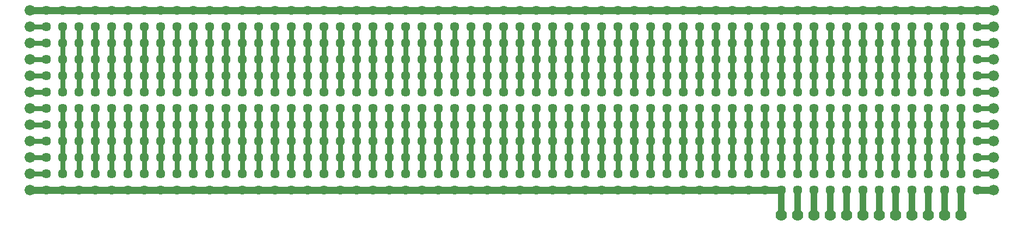
<source format=gbl>
G04*
G04 #@! TF.GenerationSoftware,Altium Limited,CircuitStudio,1.5.2 (30)*
G04*
G04 Layer_Physical_Order=2*
G04 Layer_Color=3394611*
%FSLAX25Y25*%
%MOIN*%
G70*
G01*
G75*
%ADD11C,0.04400*%
%ADD12C,0.03000*%
%ADD13C,0.04000*%
%ADD15C,0.05700*%
%ADD16C,0.06600*%
%ADD17C,0.07000*%
D11*
X576690Y654020D02*
X1166690D01*
X576690Y544020D02*
X1036802D01*
X1156690D02*
X1166690D01*
D12*
X1036690Y554020D02*
Y594020D01*
X1136690Y554020D02*
Y594020D01*
X1126690Y554020D02*
Y594020D01*
X1116690Y554020D02*
Y594020D01*
X1046690Y554020D02*
Y594020D01*
X1066690Y554020D02*
Y594020D01*
X1086690Y554020D02*
Y594020D01*
X1106690Y554020D02*
Y594020D01*
X1096692Y555020D02*
Y594020D01*
X1076690Y554020D02*
Y594020D01*
X1056690Y554020D02*
Y594020D01*
X1146690Y554020D02*
Y594020D01*
X836690Y554020D02*
Y594020D01*
X856690Y554020D02*
Y594020D01*
X876690Y554020D02*
Y594020D01*
X896690Y555020D02*
Y594020D01*
X906690Y554020D02*
Y594020D01*
X886690Y554020D02*
Y594020D01*
X866690Y554020D02*
Y594020D01*
X846690Y554020D02*
Y594020D01*
X826690Y554020D02*
Y594020D01*
X916690Y554020D02*
Y594020D01*
X926690Y554020D02*
Y594020D01*
X936690Y554020D02*
Y594020D01*
X676690Y554020D02*
Y594020D01*
X746690Y554020D02*
Y594020D01*
X726690Y554020D02*
Y594020D01*
X706690Y554020D02*
Y594020D01*
X686690Y554020D02*
Y594020D01*
X696690Y553020D02*
Y594020D01*
X716690Y554020D02*
Y594020D01*
X736690Y554020D02*
Y594020D01*
X666690Y554020D02*
Y594020D01*
X656690Y554020D02*
Y594020D01*
X816690Y554020D02*
Y594020D01*
X806690Y554020D02*
Y594020D01*
X796690Y554020D02*
Y594020D01*
X766690Y554020D02*
Y594020D01*
X756690Y554020D02*
Y594020D01*
X1016690Y554020D02*
Y594020D01*
X1026690Y554020D02*
Y594020D01*
X996690Y554020D02*
Y594020D01*
X986690Y554020D02*
Y594020D01*
X976690Y554020D02*
Y594020D01*
X946690Y554020D02*
Y594020D01*
X966690Y554020D02*
Y594020D01*
X956690Y555020D02*
Y594020D01*
X1006690Y554020D02*
Y594020D01*
X776690Y554020D02*
Y594020D01*
X786690Y554020D02*
Y594020D01*
X606690Y554020D02*
Y594020D01*
X636690Y553020D02*
Y594020D01*
X626690Y554020D02*
Y594020D01*
X646690Y554020D02*
Y594020D01*
X616690Y554020D02*
Y594020D01*
X596690Y554020D02*
Y594020D01*
X616690Y604020D02*
Y644020D01*
X646690Y604020D02*
Y644020D01*
X626690Y604020D02*
Y644020D01*
X636690Y604020D02*
Y645020D01*
X606690Y604020D02*
Y644020D01*
X786690Y604020D02*
Y644020D01*
X776690Y604020D02*
Y644020D01*
X1146690Y604020D02*
Y644020D01*
X1006690Y604020D02*
Y644020D01*
X956690Y604020D02*
Y643020D01*
X966690Y604020D02*
Y644020D01*
X946690Y604020D02*
Y644020D01*
X976690Y604020D02*
Y644020D01*
X986690Y604020D02*
Y644020D01*
X996690Y604020D02*
Y644020D01*
X1036690Y604020D02*
Y644020D01*
X1056690Y604020D02*
Y644020D01*
X1076690Y604020D02*
Y644020D01*
X1096690Y604020D02*
Y643020D01*
X1106690Y604020D02*
Y644020D01*
X1086690Y604020D02*
Y644020D01*
X1066690Y604020D02*
Y644020D01*
X1046690Y604020D02*
Y644020D01*
X1026690Y604020D02*
Y644020D01*
X1116690Y604020D02*
Y644020D01*
X1126690Y604020D02*
Y644020D01*
X1136690Y604020D02*
Y644020D01*
X1016690Y604020D02*
Y644020D01*
X756690Y604020D02*
Y644020D01*
X766690Y604020D02*
Y644020D01*
X796690Y604020D02*
Y644020D01*
X806690Y604020D02*
Y644020D01*
X816690Y604020D02*
Y644020D01*
X656690Y604020D02*
Y644020D01*
X666690Y604020D02*
Y644020D01*
X736690Y604020D02*
Y644020D01*
X716690Y604020D02*
Y644020D01*
X696690Y604020D02*
Y645020D01*
X686690Y604020D02*
Y644020D01*
X706690Y604020D02*
Y644020D01*
X726690Y604020D02*
Y644020D01*
X746690Y604020D02*
Y644020D01*
X676690Y604020D02*
Y644020D01*
X936690Y604020D02*
Y644020D01*
X926690Y604020D02*
Y644020D01*
X916690Y604020D02*
Y644020D01*
X826690Y604020D02*
Y644020D01*
X846690Y604020D02*
Y644020D01*
X866690Y604020D02*
Y644020D01*
X886690Y604020D02*
Y644020D01*
X906690Y604020D02*
Y644020D01*
X896690Y604020D02*
Y643020D01*
X876690Y604020D02*
Y644020D01*
X856690Y604020D02*
Y644020D01*
X836690Y604020D02*
Y644020D01*
X596690Y604020D02*
Y644020D01*
X1156690D02*
X1166690D01*
X576690Y634020D02*
X586690D01*
X576690Y644020D02*
X586690D01*
X576690Y624020D02*
X586690D01*
X576690Y614020D02*
X586690D01*
X576690Y604020D02*
X586690D01*
X576690Y554020D02*
X586690D01*
X576690Y564020D02*
X586690D01*
X576690Y574020D02*
X586690D01*
X1156690Y624020D02*
X1166690D01*
X1156690Y614020D02*
X1166690D01*
X1156690Y634020D02*
X1166690D01*
X1156690Y604020D02*
X1166690D01*
X1156690Y554020D02*
X1166690D01*
X1156690Y584020D02*
X1166690D01*
X1156690Y594020D02*
X1166690D01*
X1156690Y564020D02*
X1166690D01*
X1156690Y574020D02*
X1166690D01*
X576690Y594020D02*
X586690D01*
X576690Y584020D02*
X586690D01*
D13*
X1146690Y529032D02*
Y544020D01*
X1136690Y529032D02*
Y544020D01*
X1126690Y529032D02*
Y544020D01*
X1116690Y529032D02*
Y544020D01*
X1106690Y529032D02*
Y544020D01*
X1096690Y529032D02*
Y544020D01*
X1086690Y529032D02*
Y544020D01*
X1076690Y529032D02*
Y544020D01*
X1066690Y529032D02*
Y544020D01*
X1056690Y529032D02*
Y544020D01*
X1046690Y529032D02*
Y544020D01*
X1036776Y544020D02*
X1036802Y528920D01*
D15*
X656690Y594020D02*
D03*
X666690D02*
D03*
X686690D02*
D03*
X706690D02*
D03*
X716690D02*
D03*
X726690D02*
D03*
X736690D02*
D03*
X746690D02*
D03*
X756690D02*
D03*
X806690D02*
D03*
X796690D02*
D03*
X836690D02*
D03*
X826690D02*
D03*
X866690D02*
D03*
X856690D02*
D03*
X876690D02*
D03*
X886690D02*
D03*
X896690D02*
D03*
X906690D02*
D03*
X916690D02*
D03*
X926690D02*
D03*
X676690D02*
D03*
X696690D02*
D03*
X816690D02*
D03*
X846690D02*
D03*
X936690D02*
D03*
X766690D02*
D03*
X596690Y554020D02*
D03*
X586690Y594020D02*
D03*
X606690Y554020D02*
D03*
X626690D02*
D03*
X636690D02*
D03*
X656690D02*
D03*
X666690D02*
D03*
X686690D02*
D03*
X706690D02*
D03*
X716690D02*
D03*
X726690D02*
D03*
X736690D02*
D03*
X746690D02*
D03*
X756690D02*
D03*
X806690D02*
D03*
X796690D02*
D03*
X836690D02*
D03*
X826690D02*
D03*
X866690D02*
D03*
X856690D02*
D03*
X876690D02*
D03*
X886690D02*
D03*
X896690D02*
D03*
X906690D02*
D03*
X916690D02*
D03*
X926690D02*
D03*
X1156690Y594020D02*
D03*
X616690Y554020D02*
D03*
X646690D02*
D03*
X676690D02*
D03*
X696690D02*
D03*
X776690D02*
D03*
X816690D02*
D03*
X846690D02*
D03*
X936690D02*
D03*
X786690D02*
D03*
X766690D02*
D03*
Y564020D02*
D03*
Y584020D02*
D03*
Y574020D02*
D03*
X786690Y564020D02*
D03*
X656690Y574020D02*
D03*
X666690D02*
D03*
X686690D02*
D03*
X706690D02*
D03*
X716690D02*
D03*
X726690D02*
D03*
X736690D02*
D03*
X746690D02*
D03*
X756690D02*
D03*
X806690D02*
D03*
X796690D02*
D03*
X836690D02*
D03*
X826690D02*
D03*
X856690D02*
D03*
X886690D02*
D03*
X896690D02*
D03*
X906690D02*
D03*
X916690D02*
D03*
X926690D02*
D03*
X1156690D02*
D03*
X676690D02*
D03*
X696690D02*
D03*
X816690D02*
D03*
X846690D02*
D03*
X936690D02*
D03*
Y564020D02*
D03*
X846690D02*
D03*
X816690D02*
D03*
X776690D02*
D03*
X696690D02*
D03*
X676690D02*
D03*
X646690D02*
D03*
X616690D02*
D03*
X1156690Y584020D02*
D03*
X926690Y564020D02*
D03*
X916690D02*
D03*
X906690D02*
D03*
X896690D02*
D03*
X886690D02*
D03*
X876690D02*
D03*
X856690D02*
D03*
X866690D02*
D03*
X826690D02*
D03*
X836690D02*
D03*
X796690D02*
D03*
X806690D02*
D03*
X756690D02*
D03*
X746690D02*
D03*
X736690D02*
D03*
X726690D02*
D03*
X716690D02*
D03*
X706690D02*
D03*
X686690D02*
D03*
X666690D02*
D03*
X656690D02*
D03*
X636690D02*
D03*
X626690D02*
D03*
X606690D02*
D03*
X586690Y584020D02*
D03*
X596690Y564020D02*
D03*
X756690Y584020D02*
D03*
X666690D02*
D03*
X746690D02*
D03*
X736690D02*
D03*
X726690D02*
D03*
X716690D02*
D03*
X706690D02*
D03*
X696690D02*
D03*
X676690D02*
D03*
X686690D02*
D03*
X656690D02*
D03*
X926690D02*
D03*
X896690D02*
D03*
X846690D02*
D03*
X1156690Y564020D02*
D03*
X936690Y584020D02*
D03*
X916690D02*
D03*
X906690D02*
D03*
X886690D02*
D03*
X856690D02*
D03*
X826690D02*
D03*
X836690D02*
D03*
X816690D02*
D03*
X796690D02*
D03*
X806690D02*
D03*
X866690Y574020D02*
D03*
X876690D02*
D03*
Y584020D02*
D03*
X866690D02*
D03*
X1156690Y554020D02*
D03*
Y604020D02*
D03*
Y614020D02*
D03*
Y634020D02*
D03*
Y624020D02*
D03*
X1066690Y584020D02*
D03*
X1076690D02*
D03*
Y574020D02*
D03*
X1066690D02*
D03*
X1016690Y584020D02*
D03*
X1036690D02*
D03*
X1026690D02*
D03*
X1056690D02*
D03*
X1086690D02*
D03*
X1106690D02*
D03*
X1116690D02*
D03*
X1136690D02*
D03*
X1046690D02*
D03*
X1096690D02*
D03*
X1126690D02*
D03*
X1036690Y554020D02*
D03*
X1026690Y564020D02*
D03*
X1066690Y554020D02*
D03*
X1056690D02*
D03*
X1076690D02*
D03*
X1086690D02*
D03*
X1096690D02*
D03*
X1106690D02*
D03*
X1116690D02*
D03*
X1126690D02*
D03*
X1016690Y564020D02*
D03*
X1046690Y554020D02*
D03*
X1136690D02*
D03*
Y574020D02*
D03*
X1046690D02*
D03*
X1016690D02*
D03*
X1126690D02*
D03*
X1116690D02*
D03*
X1106690D02*
D03*
X1096690D02*
D03*
X1086690D02*
D03*
X1056690D02*
D03*
X1026690D02*
D03*
X1036690D02*
D03*
X1136690Y544020D02*
D03*
X1046690D02*
D03*
X1016690Y554020D02*
D03*
X1126690Y544020D02*
D03*
X1116690D02*
D03*
X1106690D02*
D03*
X1096690D02*
D03*
X1086690D02*
D03*
X1076690D02*
D03*
X1056690D02*
D03*
X1066690D02*
D03*
X1026690Y554020D02*
D03*
X1036690Y544020D02*
D03*
X1136690Y594020D02*
D03*
X1046690D02*
D03*
X1016690D02*
D03*
X1126690D02*
D03*
X1116690D02*
D03*
X1106690D02*
D03*
X1096690D02*
D03*
X1086690D02*
D03*
X1076690D02*
D03*
X1056690D02*
D03*
X1066690D02*
D03*
X1026690D02*
D03*
X1036690D02*
D03*
X946690Y584020D02*
D03*
X966690D02*
D03*
X976690D02*
D03*
X996690D02*
D03*
X956690D02*
D03*
X986690D02*
D03*
X946690Y564020D02*
D03*
X956690D02*
D03*
X966690D02*
D03*
X976690D02*
D03*
X986690D02*
D03*
X996690D02*
D03*
Y574020D02*
D03*
X986690D02*
D03*
X976690D02*
D03*
X966690D02*
D03*
X956690D02*
D03*
X946690D02*
D03*
X996690Y554020D02*
D03*
X986690D02*
D03*
X976690D02*
D03*
X966690D02*
D03*
X956690D02*
D03*
X946690D02*
D03*
X996690Y594020D02*
D03*
X986690D02*
D03*
X976690D02*
D03*
X966690D02*
D03*
X956690D02*
D03*
X946690D02*
D03*
X1006690D02*
D03*
Y554020D02*
D03*
Y574020D02*
D03*
Y564020D02*
D03*
Y584020D02*
D03*
X1146690Y594020D02*
D03*
Y544020D02*
D03*
Y574020D02*
D03*
Y554020D02*
D03*
Y584020D02*
D03*
X786690D02*
D03*
X776690D02*
D03*
Y574020D02*
D03*
X786690D02*
D03*
X776690Y594020D02*
D03*
X786690D02*
D03*
X596690Y584020D02*
D03*
X626690D02*
D03*
X616690D02*
D03*
X636690D02*
D03*
X646690D02*
D03*
X606690D02*
D03*
X636690Y574020D02*
D03*
X616690D02*
D03*
X646690D02*
D03*
X626690D02*
D03*
X606690D02*
D03*
X596690D02*
D03*
X636690Y594020D02*
D03*
X616690D02*
D03*
X646690D02*
D03*
X626690D02*
D03*
X606690D02*
D03*
X596690D02*
D03*
X586690Y564020D02*
D03*
Y574020D02*
D03*
Y554020D02*
D03*
Y604020D02*
D03*
Y624020D02*
D03*
Y614020D02*
D03*
Y634020D02*
D03*
Y644020D02*
D03*
X1156690D02*
D03*
X596690Y604020D02*
D03*
X606690D02*
D03*
X626690D02*
D03*
X646690D02*
D03*
X616690D02*
D03*
X636690D02*
D03*
X596690Y624020D02*
D03*
X606690D02*
D03*
X626690D02*
D03*
X646690D02*
D03*
X616690D02*
D03*
X636690D02*
D03*
X606690Y614020D02*
D03*
X646690D02*
D03*
X636690D02*
D03*
X616690D02*
D03*
X626690D02*
D03*
X596690D02*
D03*
X786690Y604020D02*
D03*
X776690D02*
D03*
X786690Y624020D02*
D03*
X776690D02*
D03*
Y614020D02*
D03*
X786690D02*
D03*
X1146690D02*
D03*
Y634020D02*
D03*
Y624020D02*
D03*
Y644020D02*
D03*
Y604020D02*
D03*
X1006690Y614020D02*
D03*
Y634020D02*
D03*
Y624020D02*
D03*
Y644020D02*
D03*
Y604020D02*
D03*
X946690D02*
D03*
X956690D02*
D03*
X966690D02*
D03*
X976690D02*
D03*
X986690D02*
D03*
X996690D02*
D03*
X946690Y644020D02*
D03*
X956690D02*
D03*
X966690D02*
D03*
X976690D02*
D03*
X986690D02*
D03*
X996690D02*
D03*
X946690Y624020D02*
D03*
X956690D02*
D03*
X966690D02*
D03*
X976690D02*
D03*
X986690D02*
D03*
X996690D02*
D03*
Y634020D02*
D03*
X986690D02*
D03*
X976690D02*
D03*
X966690D02*
D03*
X956690D02*
D03*
X946690D02*
D03*
X986690Y614020D02*
D03*
X956690D02*
D03*
X996690D02*
D03*
X976690D02*
D03*
X966690D02*
D03*
X946690D02*
D03*
X1036690Y604020D02*
D03*
X1026690D02*
D03*
X1066690D02*
D03*
X1056690D02*
D03*
X1076690D02*
D03*
X1086690D02*
D03*
X1096690D02*
D03*
X1106690D02*
D03*
X1116690D02*
D03*
X1126690D02*
D03*
X1016690D02*
D03*
X1046690D02*
D03*
X1136690D02*
D03*
X1036690Y644020D02*
D03*
X1026690D02*
D03*
X1066690D02*
D03*
X1056690D02*
D03*
X1076690D02*
D03*
X1086690D02*
D03*
X1096690D02*
D03*
X1106690D02*
D03*
X1116690D02*
D03*
X1126690D02*
D03*
X1016690D02*
D03*
X1046690D02*
D03*
X1136690D02*
D03*
X1036690Y624020D02*
D03*
X1026690D02*
D03*
X1056690D02*
D03*
X1086690D02*
D03*
X1096690D02*
D03*
X1106690D02*
D03*
X1116690D02*
D03*
X1126690D02*
D03*
X1016690D02*
D03*
X1046690D02*
D03*
X1136690D02*
D03*
Y634020D02*
D03*
X1046690D02*
D03*
X1016690D02*
D03*
X1126690D02*
D03*
X1116690D02*
D03*
X1106690D02*
D03*
X1096690D02*
D03*
X1086690D02*
D03*
X1076690D02*
D03*
X1056690D02*
D03*
X1066690D02*
D03*
X1026690D02*
D03*
X1036690D02*
D03*
X1126690Y614020D02*
D03*
X1096690D02*
D03*
X1046690D02*
D03*
X1136690D02*
D03*
X1116690D02*
D03*
X1106690D02*
D03*
X1086690D02*
D03*
X1056690D02*
D03*
X1026690D02*
D03*
X1036690D02*
D03*
X1016690D02*
D03*
X1066690Y624020D02*
D03*
X1076690D02*
D03*
Y614020D02*
D03*
X1066690D02*
D03*
X866690D02*
D03*
X876690D02*
D03*
Y624020D02*
D03*
X866690D02*
D03*
X806690Y614020D02*
D03*
X796690D02*
D03*
X816690D02*
D03*
X836690D02*
D03*
X826690D02*
D03*
X856690D02*
D03*
X886690D02*
D03*
X906690D02*
D03*
X916690D02*
D03*
X936690D02*
D03*
X846690D02*
D03*
X896690D02*
D03*
X926690D02*
D03*
X656690D02*
D03*
X686690D02*
D03*
X676690D02*
D03*
X696690D02*
D03*
X706690D02*
D03*
X716690D02*
D03*
X726690D02*
D03*
X736690D02*
D03*
X746690D02*
D03*
X666690D02*
D03*
X756690D02*
D03*
X596690Y634020D02*
D03*
X606690D02*
D03*
X626690D02*
D03*
X636690D02*
D03*
X656690D02*
D03*
X666690D02*
D03*
X686690D02*
D03*
X706690D02*
D03*
X716690D02*
D03*
X726690D02*
D03*
X736690D02*
D03*
X746690D02*
D03*
X756690D02*
D03*
X806690D02*
D03*
X796690D02*
D03*
X836690D02*
D03*
X826690D02*
D03*
X866690D02*
D03*
X856690D02*
D03*
X876690D02*
D03*
X886690D02*
D03*
X896690D02*
D03*
X906690D02*
D03*
X916690D02*
D03*
X926690D02*
D03*
X616690D02*
D03*
X646690D02*
D03*
X676690D02*
D03*
X696690D02*
D03*
X776690D02*
D03*
X816690D02*
D03*
X846690D02*
D03*
X936690D02*
D03*
Y624020D02*
D03*
X846690D02*
D03*
X816690D02*
D03*
X696690D02*
D03*
X676690D02*
D03*
X926690D02*
D03*
X916690D02*
D03*
X906690D02*
D03*
X896690D02*
D03*
X886690D02*
D03*
X856690D02*
D03*
X826690D02*
D03*
X836690D02*
D03*
X796690D02*
D03*
X806690D02*
D03*
X756690D02*
D03*
X746690D02*
D03*
X736690D02*
D03*
X726690D02*
D03*
X716690D02*
D03*
X706690D02*
D03*
X686690D02*
D03*
X666690D02*
D03*
X656690D02*
D03*
X786690Y634020D02*
D03*
X766690Y624020D02*
D03*
Y614020D02*
D03*
Y634020D02*
D03*
Y644020D02*
D03*
X786690D02*
D03*
X936690D02*
D03*
X846690D02*
D03*
X816690D02*
D03*
X776690D02*
D03*
X696690D02*
D03*
X676690D02*
D03*
X646690D02*
D03*
X616690D02*
D03*
X926690D02*
D03*
X916690D02*
D03*
X906690D02*
D03*
X896690D02*
D03*
X886690D02*
D03*
X876690D02*
D03*
X856690D02*
D03*
X866690D02*
D03*
X826690D02*
D03*
X836690D02*
D03*
X796690D02*
D03*
X806690D02*
D03*
X756690D02*
D03*
X746690D02*
D03*
X736690D02*
D03*
X726690D02*
D03*
X716690D02*
D03*
X706690D02*
D03*
X686690D02*
D03*
X666690D02*
D03*
X656690D02*
D03*
X636690D02*
D03*
X626690D02*
D03*
X606690D02*
D03*
X596690D02*
D03*
X766690Y604020D02*
D03*
X936690D02*
D03*
X846690D02*
D03*
X816690D02*
D03*
X696690D02*
D03*
X676690D02*
D03*
X926690D02*
D03*
X916690D02*
D03*
X906690D02*
D03*
X896690D02*
D03*
X886690D02*
D03*
X876690D02*
D03*
X856690D02*
D03*
X866690D02*
D03*
X826690D02*
D03*
X836690D02*
D03*
X796690D02*
D03*
X806690D02*
D03*
X756690D02*
D03*
X746690D02*
D03*
X736690D02*
D03*
X726690D02*
D03*
X716690D02*
D03*
X706690D02*
D03*
X686690D02*
D03*
X666690D02*
D03*
X656690D02*
D03*
X596690Y654020D02*
D03*
X606690D02*
D03*
X626690D02*
D03*
X636690D02*
D03*
X656690D02*
D03*
X666690D02*
D03*
X686690D02*
D03*
X706690D02*
D03*
X716690D02*
D03*
X726690D02*
D03*
X736690D02*
D03*
X746690D02*
D03*
X756690D02*
D03*
X806690D02*
D03*
X796690D02*
D03*
X836690D02*
D03*
X826690D02*
D03*
X866690D02*
D03*
X856690D02*
D03*
X876690D02*
D03*
X886690D02*
D03*
X896690D02*
D03*
X906690D02*
D03*
X916690D02*
D03*
X926690D02*
D03*
X616690D02*
D03*
X646690D02*
D03*
X676690D02*
D03*
X696690D02*
D03*
X776690D02*
D03*
X816690D02*
D03*
X846690D02*
D03*
X936690D02*
D03*
X786690D02*
D03*
X766690D02*
D03*
X1136690D02*
D03*
X1046690D02*
D03*
X1016690D02*
D03*
X1126690D02*
D03*
X1116690D02*
D03*
X1106690D02*
D03*
X1096690D02*
D03*
X1086690D02*
D03*
X1076690D02*
D03*
X1056690D02*
D03*
X1066690D02*
D03*
X1026690D02*
D03*
X1036690D02*
D03*
X996690D02*
D03*
X986690D02*
D03*
X976690D02*
D03*
X966690D02*
D03*
X956690D02*
D03*
X946690D02*
D03*
X1006690D02*
D03*
X1146690D02*
D03*
X1156690D02*
D03*
X586690D02*
D03*
Y544020D02*
D03*
X1006690D02*
D03*
X946690D02*
D03*
X956690D02*
D03*
X966690D02*
D03*
X976690D02*
D03*
X986690D02*
D03*
X996690D02*
D03*
X1026690D02*
D03*
X1016690D02*
D03*
X766690D02*
D03*
X786690D02*
D03*
X936690D02*
D03*
X846690D02*
D03*
X816690D02*
D03*
X776690D02*
D03*
X696690D02*
D03*
X676690D02*
D03*
X646690D02*
D03*
X616690D02*
D03*
X926690D02*
D03*
X916690D02*
D03*
X906690D02*
D03*
X896690D02*
D03*
X886690D02*
D03*
X876690D02*
D03*
X856690D02*
D03*
X866690D02*
D03*
X826690D02*
D03*
X836690D02*
D03*
X796690D02*
D03*
X806690D02*
D03*
X756690D02*
D03*
X746690D02*
D03*
X736690D02*
D03*
X726690D02*
D03*
X716690D02*
D03*
X706690D02*
D03*
X686690D02*
D03*
X666690D02*
D03*
X656690D02*
D03*
X636690D02*
D03*
X626690D02*
D03*
X606690D02*
D03*
X596690D02*
D03*
X1136690Y564020D02*
D03*
X1046690D02*
D03*
X1126690D02*
D03*
X1116690D02*
D03*
X1106690D02*
D03*
X1096690D02*
D03*
X1086690D02*
D03*
X1076690D02*
D03*
X1056690D02*
D03*
X1066690D02*
D03*
X1036690D02*
D03*
X1146690D02*
D03*
X1156690Y544020D02*
D03*
D16*
X576690Y594020D02*
D03*
X1166690D02*
D03*
Y634020D02*
D03*
Y624020D02*
D03*
Y614020D02*
D03*
Y574020D02*
D03*
Y604020D02*
D03*
Y584020D02*
D03*
X576690D02*
D03*
X1166690Y564020D02*
D03*
Y554020D02*
D03*
X576690Y564020D02*
D03*
Y574020D02*
D03*
Y554020D02*
D03*
Y604020D02*
D03*
Y624020D02*
D03*
Y614020D02*
D03*
Y634020D02*
D03*
Y644020D02*
D03*
X1166690D02*
D03*
Y654020D02*
D03*
X576690D02*
D03*
Y544020D02*
D03*
X1166690D02*
D03*
D17*
X1136722Y528920D02*
D03*
X1146722D02*
D03*
X1116722D02*
D03*
X1126722D02*
D03*
X1096722D02*
D03*
X1106722D02*
D03*
X1076722D02*
D03*
X1086722D02*
D03*
X1056722D02*
D03*
X1066722D02*
D03*
X1036722D02*
D03*
X1046722D02*
D03*
M02*

</source>
